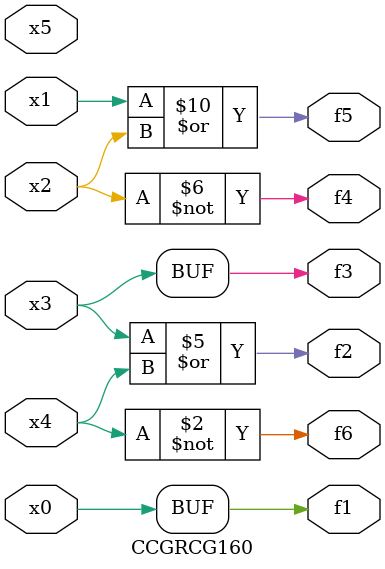
<source format=v>

module CCGRCG160 ( 
    x0, x1, x2, x3, x4, x5,
    f1, f2, f3, f4, f5, f6  );
  input  x0, x1, x2, x3, x4, x5;
  output f1, f2, f3, f4, f5, f6;
  wire new_n13_, new_n17_;
  assign new_n13_ = ~x3;
  assign f6 = ~x4;
  assign f2 = ~new_n13_ | ~f6;
  assign f4 = ~x2;
  assign new_n17_ = ~x1;
  assign f5 = ~new_n17_ | ~f4;
  assign f1 = x0;
  assign f3 = x3;
endmodule



</source>
